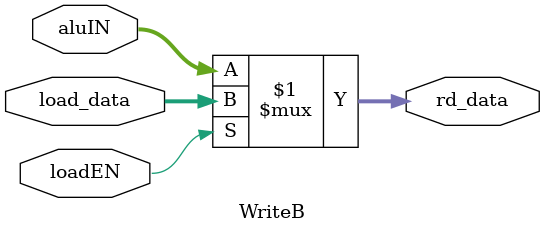
<source format=v>
module WriteB (
    input wire [31:0]load_data,
    input wire loadEN,
    input wire [31:0]aluIN,
    output reg [31:0]rd_data
);
    assign rd_data = (loadEN) ? load_data : aluIN;

endmodule
</source>
